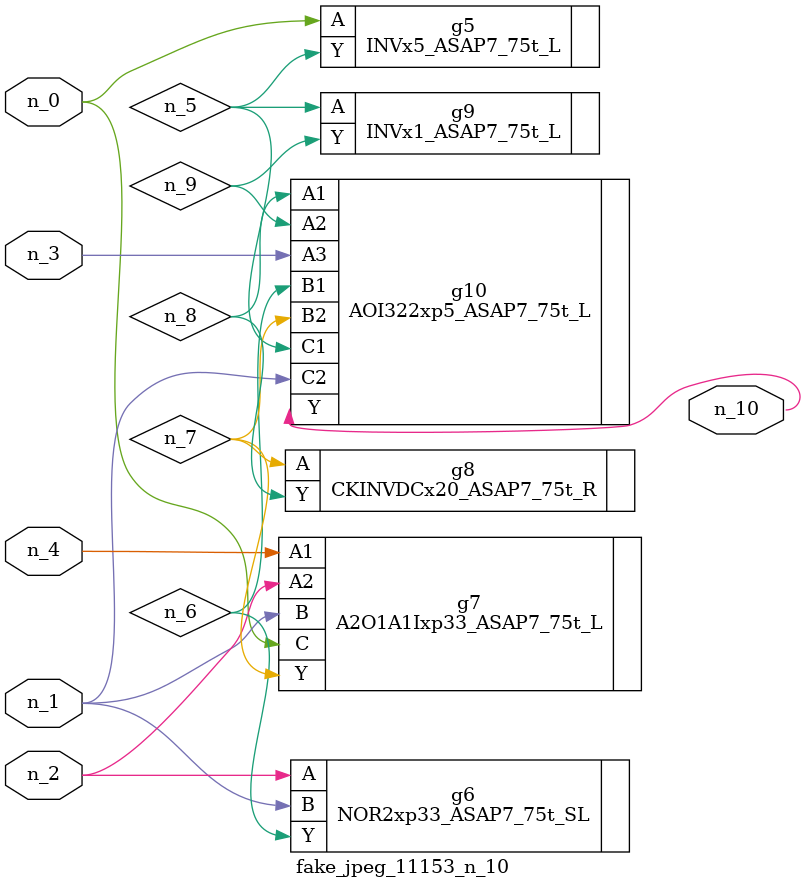
<source format=v>
module fake_jpeg_11153_n_10 (n_3, n_2, n_1, n_0, n_4, n_10);

input n_3;
input n_2;
input n_1;
input n_0;
input n_4;

output n_10;

wire n_8;
wire n_9;
wire n_6;
wire n_5;
wire n_7;

INVx5_ASAP7_75t_L g5 ( 
.A(n_0),
.Y(n_5)
);

NOR2xp33_ASAP7_75t_SL g6 ( 
.A(n_2),
.B(n_1),
.Y(n_6)
);

A2O1A1Ixp33_ASAP7_75t_L g7 ( 
.A1(n_4),
.A2(n_2),
.B(n_1),
.C(n_0),
.Y(n_7)
);

CKINVDCx20_ASAP7_75t_R g8 ( 
.A(n_7),
.Y(n_8)
);

AOI322xp5_ASAP7_75t_L g10 ( 
.A1(n_8),
.A2(n_9),
.A3(n_3),
.B1(n_6),
.B2(n_7),
.C1(n_5),
.C2(n_1),
.Y(n_10)
);

INVx1_ASAP7_75t_L g9 ( 
.A(n_5),
.Y(n_9)
);


endmodule
</source>
